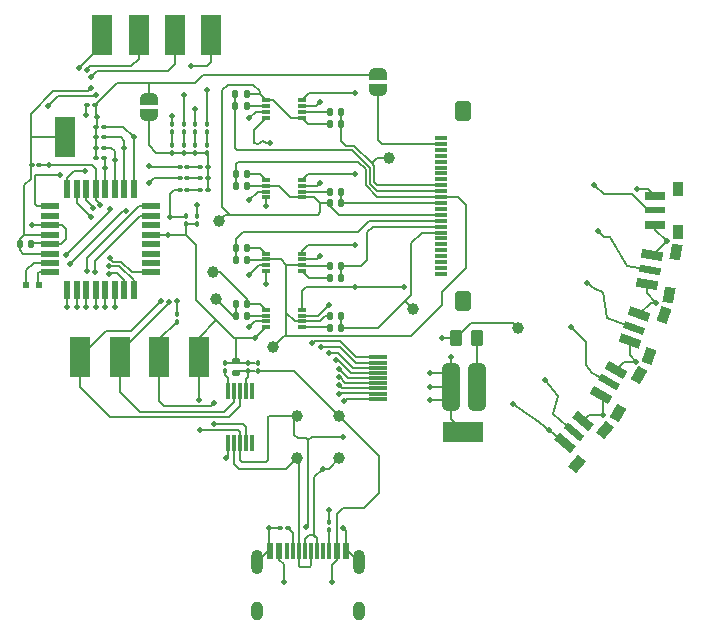
<source format=gtl>
%TF.GenerationSoftware,KiCad,Pcbnew,8.0.9-8.0.9-0~ubuntu20.04.1*%
%TF.CreationDate,2025-05-20T18:40:30+02:00*%
%TF.ProjectId,tobo,746f626f-2e6b-4696-9361-645f70636258,rev?*%
%TF.SameCoordinates,Original*%
%TF.FileFunction,Copper,L1,Top*%
%TF.FilePolarity,Positive*%
%FSLAX46Y46*%
G04 Gerber Fmt 4.6, Leading zero omitted, Abs format (unit mm)*
G04 Created by KiCad (PCBNEW 8.0.9-8.0.9-0~ubuntu20.04.1) date 2025-05-20 18:40:30*
%MOMM*%
%LPD*%
G01*
G04 APERTURE LIST*
G04 Aperture macros list*
%AMRoundRect*
0 Rectangle with rounded corners*
0 $1 Rounding radius*
0 $2 $3 $4 $5 $6 $7 $8 $9 X,Y pos of 4 corners*
0 Add a 4 corners polygon primitive as box body*
4,1,4,$2,$3,$4,$5,$6,$7,$8,$9,$2,$3,0*
0 Add four circle primitives for the rounded corners*
1,1,$1+$1,$2,$3*
1,1,$1+$1,$4,$5*
1,1,$1+$1,$6,$7*
1,1,$1+$1,$8,$9*
0 Add four rect primitives between the rounded corners*
20,1,$1+$1,$2,$3,$4,$5,0*
20,1,$1+$1,$4,$5,$6,$7,0*
20,1,$1+$1,$6,$7,$8,$9,0*
20,1,$1+$1,$8,$9,$2,$3,0*%
%AMRotRect*
0 Rectangle, with rotation*
0 The origin of the aperture is its center*
0 $1 length*
0 $2 width*
0 $3 Rotation angle, in degrees counterclockwise*
0 Add horizontal line*
21,1,$1,$2,0,0,$3*%
%AMFreePoly0*
4,1,19,0.500000,-0.750000,0.000000,-0.750000,0.000000,-0.744911,-0.071157,-0.744911,-0.207708,-0.704816,-0.327430,-0.627875,-0.420627,-0.520320,-0.479746,-0.390866,-0.500000,-0.250000,-0.500000,0.250000,-0.479746,0.390866,-0.420627,0.520320,-0.327430,0.627875,-0.207708,0.704816,-0.071157,0.744911,0.000000,0.744911,0.000000,0.750000,0.500000,0.750000,0.500000,-0.750000,0.500000,-0.750000,
$1*%
%AMFreePoly1*
4,1,19,0.000000,0.744911,0.071157,0.744911,0.207708,0.704816,0.327430,0.627875,0.420627,0.520320,0.479746,0.390866,0.500000,0.250000,0.500000,-0.250000,0.479746,-0.390866,0.420627,-0.520320,0.327430,-0.627875,0.207708,-0.704816,0.071157,-0.744911,0.000000,-0.744911,0.000000,-0.750000,-0.500000,-0.750000,-0.500000,0.750000,0.000000,0.750000,0.000000,0.744911,0.000000,0.744911,
$1*%
G04 Aperture macros list end*
%TA.AperFunction,SMDPad,CuDef*%
%ADD10RotRect,0.750000X1.800000X70.000000*%
%TD*%
%TA.AperFunction,SMDPad,CuDef*%
%ADD11RotRect,0.600000X1.800000X70.000000*%
%TD*%
%TA.AperFunction,SMDPad,CuDef*%
%ADD12RotRect,0.900000X1.300000X160.000000*%
%TD*%
%TA.AperFunction,SMDPad,CuDef*%
%ADD13RoundRect,0.140000X0.140000X0.170000X-0.140000X0.170000X-0.140000X-0.170000X0.140000X-0.170000X0*%
%TD*%
%TA.AperFunction,SMDPad,CuDef*%
%ADD14R,1.600000X0.550000*%
%TD*%
%TA.AperFunction,SMDPad,CuDef*%
%ADD15R,0.550000X1.600000*%
%TD*%
%TA.AperFunction,SMDPad,CuDef*%
%ADD16R,1.780000X3.430000*%
%TD*%
%TA.AperFunction,SMDPad,CuDef*%
%ADD17RoundRect,0.100000X0.130000X0.100000X-0.130000X0.100000X-0.130000X-0.100000X0.130000X-0.100000X0*%
%TD*%
%TA.AperFunction,SMDPad,CuDef*%
%ADD18RoundRect,0.100000X-0.130000X-0.100000X0.130000X-0.100000X0.130000X0.100000X-0.130000X0.100000X0*%
%TD*%
%TA.AperFunction,SMDPad,CuDef*%
%ADD19C,1.000000*%
%TD*%
%TA.AperFunction,SMDPad,CuDef*%
%ADD20RoundRect,0.140000X-0.140000X-0.170000X0.140000X-0.170000X0.140000X0.170000X-0.140000X0.170000X0*%
%TD*%
%TA.AperFunction,SMDPad,CuDef*%
%ADD21RoundRect,0.100000X0.100000X-0.130000X0.100000X0.130000X-0.100000X0.130000X-0.100000X-0.130000X0*%
%TD*%
%TA.AperFunction,SMDPad,CuDef*%
%ADD22RotRect,0.750000X1.800000X50.000000*%
%TD*%
%TA.AperFunction,SMDPad,CuDef*%
%ADD23RotRect,0.600000X1.800000X50.000000*%
%TD*%
%TA.AperFunction,SMDPad,CuDef*%
%ADD24RotRect,0.900000X1.300000X140.000000*%
%TD*%
%TA.AperFunction,SMDPad,CuDef*%
%ADD25RoundRect,0.100000X-0.100000X0.130000X-0.100000X-0.130000X0.100000X-0.130000X0.100000X0.130000X0*%
%TD*%
%TA.AperFunction,SMDPad,CuDef*%
%ADD26R,1.800000X0.750000*%
%TD*%
%TA.AperFunction,SMDPad,CuDef*%
%ADD27R,1.800000X0.600000*%
%TD*%
%TA.AperFunction,SMDPad,CuDef*%
%ADD28R,0.900000X1.300000*%
%TD*%
%TA.AperFunction,SMDPad,CuDef*%
%ADD29FreePoly0,90.000000*%
%TD*%
%TA.AperFunction,SMDPad,CuDef*%
%ADD30FreePoly1,90.000000*%
%TD*%
%TA.AperFunction,SMDPad,CuDef*%
%ADD31R,0.600000X1.450000*%
%TD*%
%TA.AperFunction,SMDPad,CuDef*%
%ADD32R,0.300000X1.450000*%
%TD*%
%TA.AperFunction,ComponentPad*%
%ADD33O,1.000000X2.100000*%
%TD*%
%TA.AperFunction,ComponentPad*%
%ADD34O,1.000000X1.600000*%
%TD*%
%TA.AperFunction,SMDPad,CuDef*%
%ADD35R,0.300000X1.400000*%
%TD*%
%TA.AperFunction,SMDPad,CuDef*%
%ADD36RoundRect,0.010000X-0.740000X0.090000X-0.740000X-0.090000X0.740000X-0.090000X0.740000X0.090000X0*%
%TD*%
%TA.AperFunction,SMDPad,CuDef*%
%ADD37R,0.800000X0.300000*%
%TD*%
%TA.AperFunction,SMDPad,CuDef*%
%ADD38RotRect,0.750000X1.800000X80.000000*%
%TD*%
%TA.AperFunction,SMDPad,CuDef*%
%ADD39RotRect,0.600000X1.800000X80.000000*%
%TD*%
%TA.AperFunction,SMDPad,CuDef*%
%ADD40RotRect,0.900000X1.300000X170.000000*%
%TD*%
%TA.AperFunction,SMDPad,CuDef*%
%ADD41RoundRect,0.375000X0.375000X-1.625000X0.375000X1.625000X-0.375000X1.625000X-0.375000X-1.625000X0*%
%TD*%
%TA.AperFunction,SMDPad,CuDef*%
%ADD42RoundRect,0.140000X0.170000X-0.140000X0.170000X0.140000X-0.170000X0.140000X-0.170000X-0.140000X0*%
%TD*%
%TA.AperFunction,SMDPad,CuDef*%
%ADD43R,3.430000X1.780000*%
%TD*%
%TA.AperFunction,SMDPad,CuDef*%
%ADD44RoundRect,0.250000X-0.262500X-0.450000X0.262500X-0.450000X0.262500X0.450000X-0.262500X0.450000X0*%
%TD*%
%TA.AperFunction,SMDPad,CuDef*%
%ADD45RoundRect,0.030000X0.470000X-0.120000X0.470000X0.120000X-0.470000X0.120000X-0.470000X-0.120000X0*%
%TD*%
%TA.AperFunction,SMDPad,CuDef*%
%ADD46RoundRect,0.130000X0.520000X-0.695000X0.520000X0.695000X-0.520000X0.695000X-0.520000X-0.695000X0*%
%TD*%
%TA.AperFunction,SMDPad,CuDef*%
%ADD47RotRect,0.750000X1.800000X60.000000*%
%TD*%
%TA.AperFunction,SMDPad,CuDef*%
%ADD48RotRect,0.600000X1.800000X60.000000*%
%TD*%
%TA.AperFunction,SMDPad,CuDef*%
%ADD49RotRect,0.900000X1.300000X150.000000*%
%TD*%
%TA.AperFunction,ViaPad*%
%ADD50C,0.500000*%
%TD*%
%TA.AperFunction,ViaPad*%
%ADD51C,0.610000*%
%TD*%
%TA.AperFunction,Conductor*%
%ADD52C,0.203200*%
%TD*%
%TA.AperFunction,Conductor*%
%ADD53C,0.152400*%
%TD*%
G04 APERTURE END LIST*
D10*
%TO.P,S3,1,COM_1*%
%TO.N,GND*%
X168029311Y-98873505D03*
D11*
%TO.P,S3,2,NO*%
%TO.N,/BTN2*%
X167610337Y-100024629D03*
D10*
%TO.P,S3,3,COM_2*%
%TO.N,GND*%
X167191362Y-101175752D03*
D12*
%TO.P,S3,4,4*%
%TO.N,unconnected-(S3-Pad4)*%
X168810000Y-102430000D03*
%TO.P,S3,5,5*%
%TO.N,unconnected-(S3-Pad5)*%
X170075474Y-98953137D03*
%TD*%
D13*
%TO.P,C1,1*%
%TO.N,/Y4*%
X134792500Y-80250000D03*
%TO.P,C1,2*%
%TO.N,/X3*%
X133832500Y-80250000D03*
%TD*%
D14*
%TO.P,U2,1,PD3*%
%TO.N,/?\u002C?*%
X118150000Y-89750000D03*
%TO.P,U2,2,PD4*%
%TO.N,unconnected-(U2-PD4-Pad2)*%
X118150000Y-90550000D03*
%TO.P,U2,3,GND*%
%TO.N,GND*%
X118150000Y-91350000D03*
%TO.P,U2,4,VCC*%
%TO.N,+BATT*%
X118150000Y-92150000D03*
%TO.P,U2,5,GND*%
%TO.N,GND*%
X118150000Y-92950000D03*
%TO.P,U2,6,VCC*%
%TO.N,+BATT*%
X118150000Y-93750000D03*
%TO.P,U2,7,XTAL1/PB6*%
%TO.N,/2\u002C6*%
X118150000Y-94550000D03*
%TO.P,U2,8,XTAL2/PB7*%
%TO.N,/2\u002C7*%
X118150000Y-95350000D03*
D15*
%TO.P,U2,9,PD5*%
%TO.N,/BTN5*%
X119600000Y-96800000D03*
%TO.P,U2,10,PD6*%
%TO.N,/BTN4*%
X120400000Y-96800000D03*
%TO.P,U2,11,PD7*%
%TO.N,/BTN3*%
X121200000Y-96800000D03*
%TO.P,U2,12,PB0*%
%TO.N,/BTN2*%
X122000000Y-96800000D03*
%TO.P,U2,13,PB1*%
%TO.N,/BTN1*%
X122800000Y-96800000D03*
%TO.P,U2,14,PB2*%
%TO.N,/BTN0*%
X123600000Y-96800000D03*
%TO.P,U2,15,PB3*%
%TO.N,/MOSI*%
X124400000Y-96800000D03*
%TO.P,U2,16,PB4*%
%TO.N,/MISO*%
X125200000Y-96800000D03*
D14*
%TO.P,U2,17,PB5*%
%TO.N,/SCK*%
X126650000Y-95350000D03*
%TO.P,U2,18,AVCC*%
%TO.N,unconnected-(U2-AVCC-Pad18)*%
X126650000Y-94550000D03*
%TO.P,U2,19,ADC6*%
%TO.N,unconnected-(U2-ADC6-Pad19)*%
X126650000Y-93750000D03*
%TO.P,U2,20,AREF*%
%TO.N,unconnected-(U2-AREF-Pad20)*%
X126650000Y-92950000D03*
%TO.P,U2,21,GND*%
%TO.N,GND*%
X126650000Y-92150000D03*
%TO.P,U2,22,ADC7*%
%TO.N,unconnected-(U2-ADC7-Pad22)*%
X126650000Y-91350000D03*
%TO.P,U2,23,PC0*%
%TO.N,/BTN6*%
X126650000Y-90550000D03*
%TO.P,U2,24,PC1*%
%TO.N,/BTN7*%
X126650000Y-89750000D03*
D15*
%TO.P,U2,25,PC2*%
%TO.N,/1\u002C4*%
X125200000Y-88300000D03*
%TO.P,U2,26,PC3*%
%TO.N,/4\u002C4*%
X124400000Y-88300000D03*
%TO.P,U2,27,PC4*%
%TO.N,/2\u002C5*%
X123600000Y-88300000D03*
%TO.P,U2,28,PC5*%
%TO.N,/2\u002C4*%
X122800000Y-88300000D03*
%TO.P,U2,29,~{RESET}/PC6*%
%TO.N,/RESET*%
X122000000Y-88300000D03*
%TO.P,U2,30,PD0*%
%TO.N,/TX*%
X121200000Y-88300000D03*
%TO.P,U2,31,PD1*%
%TO.N,/RX*%
X120400000Y-88300000D03*
%TO.P,U2,32,PD2*%
%TO.N,/3\u002C4*%
X119600000Y-88300000D03*
%TD*%
D16*
%TO.P,U9,1,1*%
%TO.N,/DTR*%
X127366667Y-102500000D03*
%TD*%
D17*
%TO.P,R17,1*%
%TO.N,Net-(J8-CC1)*%
X138270000Y-116950000D03*
%TO.P,R17,2*%
%TO.N,GND*%
X137630000Y-116950000D03*
%TD*%
D18*
%TO.P,R9,1*%
%TO.N,Net-(D1-K)*%
X130824996Y-88349999D03*
%TO.P,R9,2*%
%TO.N,Net-(JP1-A)*%
X131464996Y-88349999D03*
%TD*%
D19*
%TO.P,X\u00BF1,1,1*%
%TO.N,Net-(C10-Pad1)*%
X132200000Y-97600000D03*
%TD*%
D16*
%TO.P,U16,1,1*%
%TO.N,/RESET*%
X131760000Y-75290000D03*
%TD*%
D13*
%TO.P,C15,1*%
%TO.N,/Y6*%
X142760000Y-95800000D03*
%TO.P,C15,2*%
%TO.N,Net-(U4-NC2)*%
X141800000Y-95800000D03*
%TD*%
D20*
%TO.P,C14,1*%
%TO.N,/X2*%
X141805000Y-99070000D03*
%TO.P,C14,2*%
%TO.N,/Y7*%
X142765000Y-99070000D03*
%TD*%
D13*
%TO.P,C6,1*%
%TO.N,Net-(U3-NC1)*%
X134797500Y-87000000D03*
%TO.P,C6,2*%
%TO.N,/X2*%
X133837500Y-87000000D03*
%TD*%
D21*
%TO.P,D4,1,K*%
%TO.N,Net-(D4-K)*%
X130430000Y-83455000D03*
%TO.P,D4,2,A*%
%TO.N,/4\u002C4*%
X130430000Y-82815000D03*
%TD*%
%TO.P,C22,1*%
%TO.N,Net-(U14-VCC)*%
X135700000Y-103675000D03*
%TO.P,C22,2*%
%TO.N,GND*%
X135700000Y-103035000D03*
%TD*%
D22*
%TO.P,S5,1,COM_1*%
%TO.N,GND*%
X163262785Y-107930978D03*
D23*
%TO.P,S5,2,NO*%
%TO.N,/BTN4*%
X162475371Y-108869382D03*
D22*
%TO.P,S5,3,COM_2*%
%TO.N,GND*%
X161687956Y-109807787D03*
D24*
%TO.P,S5,4,4*%
%TO.N,unconnected-(S5-Pad4)*%
X162780000Y-111540000D03*
%TO.P,S5,5,5*%
%TO.N,unconnected-(S5-Pad5)*%
X165158314Y-108705636D03*
%TD*%
D19*
%TO.P,USB5,1,1*%
%TO.N,Net-(U14-VCC)*%
X142600000Y-107500000D03*
%TD*%
D18*
%TO.P,R4,1*%
%TO.N,GND*%
X122035000Y-83900000D03*
%TO.P,R4,2*%
%TO.N,/4\u002C4*%
X122675000Y-83900000D03*
%TD*%
D16*
%TO.P,U10,1,1*%
%TO.N,GND*%
X130700000Y-102500000D03*
%TD*%
D18*
%TO.P,R10,1*%
%TO.N,Net-(D2-K)*%
X130824996Y-87369999D03*
%TO.P,R10,2*%
%TO.N,Net-(JP1-A)*%
X131464996Y-87369999D03*
%TD*%
D21*
%TO.P,R1,1*%
%TO.N,GND*%
X129655000Y-91220000D03*
%TO.P,R1,2*%
%TO.N,/2\u002C7*%
X129655000Y-90580000D03*
%TD*%
D18*
%TO.P,R5,1*%
%TO.N,GND*%
X122035000Y-84800000D03*
%TO.P,R5,2*%
%TO.N,/2\u002C5*%
X122675000Y-84800000D03*
%TD*%
D20*
%TO.P,C4,1*%
%TO.N,Net-(U1-COM2)*%
X141795000Y-81770000D03*
%TO.P,C4,2*%
%TO.N,/X4*%
X142755000Y-81770000D03*
%TD*%
D25*
%TO.P,C19,1*%
%TO.N,GND*%
X132920000Y-103035000D03*
%TO.P,C19,2*%
%TO.N,Net-(U14-V3)*%
X132920000Y-103675000D03*
%TD*%
D26*
%TO.P,S1,1,COM_1*%
%TO.N,GND*%
X169370000Y-88875000D03*
D27*
%TO.P,S1,2,NO*%
%TO.N,/BTN0*%
X169370000Y-90100000D03*
D26*
%TO.P,S1,3,COM_2*%
%TO.N,GND*%
X169370000Y-91325000D03*
D28*
%TO.P,S1,4,4*%
%TO.N,unconnected-(S1-Pad4)*%
X171320000Y-91950000D03*
%TO.P,S1,5,5*%
%TO.N,unconnected-(S1-Pad5)*%
X171320000Y-88250000D03*
%TD*%
D19*
%TO.P,Y\u00BF1,1,1*%
%TO.N,Net-(U5-NC1)*%
X131900000Y-95300000D03*
%TD*%
D18*
%TO.P,R13,1*%
%TO.N,Net-(D5-K)*%
X130824996Y-86389999D03*
%TO.P,R13,2*%
%TO.N,Net-(JP1-A)*%
X131464996Y-86389999D03*
%TD*%
D19*
%TO.P,X1,1,1*%
%TO.N,/X4*%
X146830000Y-85650000D03*
%TD*%
D25*
%TO.P,R15,1*%
%TO.N,Net-(D7-K)*%
X131430000Y-84585000D03*
%TO.P,R15,2*%
%TO.N,Net-(JP1-A)*%
X131430000Y-85225000D03*
%TD*%
D16*
%TO.P,U7,1,1*%
%TO.N,/MISO*%
X125633333Y-75290000D03*
%TD*%
D29*
%TO.P,JP1,1,A*%
%TO.N,Net-(JP1-A)*%
X126510000Y-81980000D03*
D30*
%TO.P,JP1,2,B*%
%TO.N,GND*%
X126510000Y-80680000D03*
%TD*%
D31*
%TO.P,J8,A1,GND*%
%TO.N,GND*%
X136730000Y-118955000D03*
%TO.P,J8,A4,VBUS*%
%TO.N,Net-(U14-VCC)*%
X137530000Y-118955000D03*
D32*
%TO.P,J8,A5,CC1*%
%TO.N,Net-(J8-CC1)*%
X138730000Y-118955000D03*
%TO.P,J8,A6,D+*%
%TO.N,Net-(U14-UD+)*%
X139730000Y-118955000D03*
%TO.P,J8,A7,D-*%
%TO.N,Net-(U14-UD-)*%
X140230000Y-118955000D03*
%TO.P,J8,A8,SBU1*%
%TO.N,unconnected-(J8-SBU1-PadA8)*%
X141230000Y-118955000D03*
D31*
%TO.P,J8,A9,VBUS*%
%TO.N,Net-(U14-VCC)*%
X142430000Y-118955000D03*
%TO.P,J8,A12,GND*%
%TO.N,GND*%
X143230000Y-118955000D03*
%TO.P,J8,B1,GND*%
X143230000Y-118955000D03*
%TO.P,J8,B4,VBUS*%
%TO.N,Net-(U14-VCC)*%
X142430000Y-118955000D03*
D32*
%TO.P,J8,B5,CC2*%
%TO.N,Net-(J8-CC2)*%
X141730000Y-118955000D03*
%TO.P,J8,B6,D+*%
%TO.N,Net-(U14-UD+)*%
X140730000Y-118955000D03*
%TO.P,J8,B7,D-*%
%TO.N,Net-(U14-UD-)*%
X139230000Y-118955000D03*
%TO.P,J8,B8,SBU2*%
%TO.N,unconnected-(J8-SBU2-PadB8)*%
X138230000Y-118955000D03*
D31*
%TO.P,J8,B9,VBUS*%
%TO.N,Net-(U14-VCC)*%
X137530000Y-118955000D03*
%TO.P,J8,B12,GND*%
%TO.N,GND*%
X136730000Y-118955000D03*
D33*
%TO.P,J8,S1,SHIELD*%
X135660000Y-119870000D03*
D34*
X135660000Y-124050000D03*
D33*
X144300000Y-119870000D03*
D34*
X144300000Y-124050000D03*
%TD*%
D25*
%TO.P,R11,1*%
%TO.N,Net-(D3-K)*%
X128430000Y-84585000D03*
%TO.P,R11,2*%
%TO.N,Net-(JP1-A)*%
X128430000Y-85225000D03*
%TD*%
%TO.P,R14,1*%
%TO.N,Net-(D6-K)*%
X129430000Y-84585000D03*
%TO.P,R14,2*%
%TO.N,Net-(JP1-A)*%
X129430000Y-85225000D03*
%TD*%
D17*
%TO.P,D2,1,K*%
%TO.N,Net-(D2-K)*%
X129739997Y-87369999D03*
%TO.P,D2,2,A*%
%TO.N,/2\u002C6*%
X129099997Y-87369999D03*
%TD*%
D19*
%TO.P,V1,1,1*%
%TO.N,+BATT*%
X157750000Y-100070000D03*
%TD*%
%TO.P,Y4,1,1*%
%TO.N,/Y4*%
X132400000Y-91000000D03*
%TD*%
D35*
%TO.P,U14,1,UD+*%
%TO.N,Net-(U14-UD+)*%
X133200000Y-109800000D03*
%TO.P,U14,2,UD-*%
%TO.N,Net-(U14-UD-)*%
X133700000Y-109800000D03*
%TO.P,U14,3,GND*%
%TO.N,GND*%
X134200000Y-109800000D03*
%TO.P,U14,4,~{RTS}*%
%TO.N,/DTR*%
X134700000Y-109800000D03*
%TO.P,U14,5,~{CTS}*%
%TO.N,unconnected-(U14-~{CTS}-Pad5)*%
X135200000Y-109800000D03*
%TO.P,U14,6,TNOW*%
%TO.N,unconnected-(U14-TNOW-Pad6)*%
X135200000Y-105400000D03*
%TO.P,U14,7,VCC*%
%TO.N,Net-(U14-VCC)*%
X134700000Y-105400000D03*
%TO.P,U14,8,TXD*%
%TO.N,/RX*%
X134200000Y-105400000D03*
%TO.P,U14,9,RXD*%
%TO.N,/TX*%
X133700000Y-105400000D03*
%TO.P,U14,10,V3*%
%TO.N,Net-(U14-V3)*%
X133200000Y-105400000D03*
%TD*%
D21*
%TO.P,R16,1*%
%TO.N,Net-(J8-CC2)*%
X141735000Y-117130000D03*
%TO.P,R16,2*%
%TO.N,GND*%
X141735000Y-116490000D03*
%TD*%
D18*
%TO.P,R3,1*%
%TO.N,GND*%
X122060000Y-83000000D03*
%TO.P,R3,2*%
%TO.N,/1\u002C4*%
X122700000Y-83000000D03*
%TD*%
D16*
%TO.P,U11,1,1*%
%TO.N,/TX*%
X124033334Y-102500000D03*
%TD*%
%TO.P,U15,1,1*%
%TO.N,+BATT*%
X119360000Y-83860000D03*
%TD*%
%TO.P,U12,1,1*%
%TO.N,/RX*%
X120700001Y-102500000D03*
%TD*%
D36*
%TO.P,J7,1,Pin_1*%
%TO.N,/BTN0*%
X145910000Y-102540000D03*
%TO.P,J7,2,Pin_2*%
%TO.N,/BTN1*%
X145910000Y-102977500D03*
%TO.P,J7,3,Pin_3*%
%TO.N,/BTN2*%
X145910000Y-103415000D03*
%TO.P,J7,4,Pin_4*%
%TO.N,/BTN3*%
X145910000Y-103852500D03*
%TO.P,J7,5,Pin_5*%
%TO.N,/BTN4*%
X145910000Y-104290000D03*
%TO.P,J7,6,Pin_6*%
%TO.N,/BTN5*%
X145910000Y-104727500D03*
%TO.P,J7,7,Pin_7*%
%TO.N,/BTN6*%
X145910000Y-105165000D03*
%TO.P,J7,8,Pin_8*%
%TO.N,/BTN7*%
X145910000Y-105602500D03*
%TO.P,J7,9,Pin_9*%
%TO.N,GND*%
X145910000Y-106040000D03*
%TD*%
D20*
%TO.P,C13,1*%
%TO.N,/X2*%
X141800000Y-94800000D03*
%TO.P,C13,2*%
%TO.N,/Y6*%
X142760000Y-94800000D03*
%TD*%
D13*
%TO.P,C12,1*%
%TO.N,Net-(U5-NC1)*%
X134817500Y-98000000D03*
%TO.P,C12,2*%
%TO.N,Net-(C10-Pad1)*%
X133857500Y-98000000D03*
%TD*%
D17*
%TO.P,D5,1,K*%
%TO.N,Net-(D5-K)*%
X129739997Y-86389999D03*
%TO.P,D5,2,A*%
%TO.N,/2\u002C5*%
X129099997Y-86389999D03*
%TD*%
D37*
%TO.P,U1,1,NC1*%
%TO.N,/Y4*%
X136375000Y-80750000D03*
%TO.P,U1,2,COM1*%
%TO.N,Net-(U1-COM1)*%
X136375000Y-81250000D03*
%TO.P,U1,3,IN2*%
%TO.N,/4\u002C4*%
X136375000Y-81750000D03*
%TO.P,U1,4,GND*%
%TO.N,GND*%
X136375000Y-82250000D03*
%TO.P,U1,5,NC2*%
%TO.N,/Y4*%
X139475000Y-82250000D03*
%TO.P,U1,6,COM2*%
%TO.N,Net-(U1-COM2)*%
X139475000Y-81750000D03*
%TO.P,U1,7,IN1*%
%TO.N,/3\u002C4*%
X139475000Y-81250000D03*
%TO.P,U1,8,VCC*%
%TO.N,+BATT*%
X139475000Y-80750000D03*
%TD*%
D21*
%TO.P,D6,1,K*%
%TO.N,Net-(D6-K)*%
X129430000Y-83455000D03*
%TO.P,D6,2,A*%
%TO.N,/2\u002C4*%
X129430000Y-82815000D03*
%TD*%
D29*
%TO.P,JP2,1,A*%
%TO.N,Net-(J4-GND)*%
X145899999Y-79880000D03*
D30*
%TO.P,JP2,2,B*%
%TO.N,GND*%
X145899999Y-78580000D03*
%TD*%
D21*
%TO.P,D7,1,K*%
%TO.N,Net-(D7-K)*%
X131430000Y-83455000D03*
%TO.P,D7,2,A*%
%TO.N,/3\u002C4*%
X131430000Y-82815000D03*
%TD*%
D38*
%TO.P,S2,1,COM_1*%
%TO.N,GND*%
X169123593Y-93913102D03*
D39*
%TO.P,S2,2,NO*%
%TO.N,/BTN1*%
X168910874Y-95119492D03*
D38*
%TO.P,S2,3,COM_2*%
%TO.N,GND*%
X168698155Y-96325881D03*
D40*
%TO.P,S2,4,4*%
%TO.N,unconnected-(S2-Pad4)*%
X170510000Y-97280000D03*
%TO.P,S2,5,5*%
%TO.N,unconnected-(S2-Pad5)*%
X171152497Y-93636211D03*
%TD*%
D17*
%TO.P,D1,1,K*%
%TO.N,Net-(D1-K)*%
X129739997Y-88349999D03*
%TO.P,D1,2,A*%
%TO.N,/2\u002C7*%
X129099997Y-88349999D03*
%TD*%
D19*
%TO.P,X2,1,1*%
%TO.N,/Y7*%
X148890000Y-98460000D03*
%TD*%
D41*
%TO.P,J2,1,Pin_1*%
%TO.N,GND*%
X152070000Y-105050000D03*
%TO.P,J2,2,Pin_2*%
%TO.N,Net-(J2-Pin_2)*%
X154320000Y-105050000D03*
%TD*%
D20*
%TO.P,C10,1*%
%TO.N,Net-(C10-Pad1)*%
X133857500Y-99000000D03*
%TO.P,C10,2*%
%TO.N,Net-(U5-COM1)*%
X134817500Y-99000000D03*
%TD*%
D19*
%TO.P,D-1,1,1*%
%TO.N,Net-(U14-UD-)*%
X139000000Y-111100000D03*
%TD*%
D13*
%TO.P,C11,1*%
%TO.N,Net-(U4-NC1)*%
X134797500Y-93300000D03*
%TO.P,C11,2*%
%TO.N,/Y5*%
X133837500Y-93300000D03*
%TD*%
D21*
%TO.P,C21,1*%
%TO.N,Net-(U14-VCC)*%
X134900000Y-103675000D03*
%TO.P,C21,2*%
%TO.N,GND*%
X134900000Y-103035000D03*
%TD*%
D19*
%TO.P,USBG1,1,1*%
%TO.N,GND*%
X139000000Y-107500000D03*
%TD*%
D42*
%TO.P,C20,1*%
%TO.N,Net-(U14-VCC)*%
X133900000Y-103835000D03*
%TO.P,C20,2*%
%TO.N,GND*%
X133900000Y-102875000D03*
%TD*%
D19*
%TO.P,X2,1,1*%
%TO.N,/X2*%
X137000000Y-101700000D03*
%TD*%
D25*
%TO.P,R12,1*%
%TO.N,Net-(D4-K)*%
X130430000Y-84585000D03*
%TO.P,R12,2*%
%TO.N,Net-(JP1-A)*%
X130430000Y-85225000D03*
%TD*%
D43*
%TO.P,U13,1,1*%
%TO.N,GND*%
X153120000Y-108850000D03*
%TD*%
D20*
%TO.P,C7,1*%
%TO.N,Net-(U3-COM2)*%
X141800000Y-88500000D03*
%TO.P,C7,2*%
%TO.N,/X1*%
X142760000Y-88500000D03*
%TD*%
%TO.P,C9,1*%
%TO.N,/Y5*%
X133837500Y-94300000D03*
%TO.P,C9,2*%
%TO.N,/X2*%
X134797500Y-94300000D03*
%TD*%
D37*
%TO.P,U5,1,NC1*%
%TO.N,Net-(U5-NC1)*%
X136400000Y-98500000D03*
%TO.P,U5,2,COM1*%
%TO.N,Net-(U5-COM1)*%
X136400000Y-99000000D03*
%TO.P,U5,3,IN2*%
%TO.N,/2\u002C7*%
X136400000Y-99500000D03*
%TO.P,U5,4,GND*%
%TO.N,GND*%
X136400000Y-100000000D03*
%TO.P,U5,5,NC2*%
%TO.N,Net-(U5-NC2)*%
X139500000Y-100000000D03*
%TO.P,U5,6,COM2*%
%TO.N,/X2*%
X139500000Y-99500000D03*
%TO.P,U5,7,IN1*%
%TO.N,/?\u002C?*%
X139500000Y-99000000D03*
%TO.P,U5,8,VCC*%
%TO.N,+BATT*%
X139500000Y-98500000D03*
%TD*%
D21*
%TO.P,C18,1*%
%TO.N,/DTR*%
X128850000Y-99510000D03*
%TO.P,C18,2*%
%TO.N,/RESET*%
X128850000Y-98870000D03*
%TD*%
D13*
%TO.P,C3,1*%
%TO.N,/X4*%
X142755000Y-82820000D03*
%TO.P,C3,2*%
%TO.N,/Y4*%
X141795000Y-82820000D03*
%TD*%
D20*
%TO.P,C2,1*%
%TO.N,/X3*%
X133832500Y-81250000D03*
%TO.P,C2,2*%
%TO.N,Net-(U1-COM1)*%
X134792500Y-81250000D03*
%TD*%
D37*
%TO.P,U4,1,NC1*%
%TO.N,Net-(U4-NC1)*%
X136380000Y-93750000D03*
%TO.P,U4,2,COM1*%
%TO.N,/X2*%
X136380000Y-94250000D03*
%TO.P,U4,3,IN2*%
%TO.N,/2\u002C6*%
X136380000Y-94750000D03*
%TO.P,U4,4,GND*%
%TO.N,GND*%
X136380000Y-95250000D03*
%TO.P,U4,5,NC2*%
%TO.N,Net-(U4-NC2)*%
X139480000Y-95250000D03*
%TO.P,U4,6,COM2*%
%TO.N,/X2*%
X139480000Y-94750000D03*
%TO.P,U4,7,IN1*%
%TO.N,/2\u002C5*%
X139480000Y-94250000D03*
%TO.P,U4,8,VCC*%
%TO.N,+BATT*%
X139480000Y-93750000D03*
%TD*%
%TO.P,U3,1,NC1*%
%TO.N,Net-(U3-NC1)*%
X136380000Y-87500000D03*
%TO.P,U3,2,COM1*%
%TO.N,/Y4*%
X136380000Y-88000000D03*
%TO.P,U3,3,IN2*%
%TO.N,/1\u002C4*%
X136380000Y-88500000D03*
%TO.P,U3,4,GND*%
%TO.N,GND*%
X136380000Y-89000000D03*
%TO.P,U3,5,NC2*%
%TO.N,/Y4*%
X139480000Y-89000000D03*
%TO.P,U3,6,COM2*%
%TO.N,Net-(U3-COM2)*%
X139480000Y-88500000D03*
%TO.P,U3,7,IN1*%
%TO.N,/2\u002C4*%
X139480000Y-88000000D03*
%TO.P,U3,8,VCC*%
%TO.N,+BATT*%
X139480000Y-87500000D03*
%TD*%
D44*
%TO.P,R27,1*%
%TO.N,+BATT*%
X152480000Y-100870000D03*
%TO.P,R27,2*%
%TO.N,Net-(J2-Pin_2)*%
X154305000Y-100870000D03*
%TD*%
D16*
%TO.P,U8,1,1*%
%TO.N,/SCK*%
X128696666Y-75290000D03*
%TD*%
D20*
%TO.P,C5,1*%
%TO.N,/X2*%
X133837500Y-88000000D03*
%TO.P,C5,2*%
%TO.N,/Y4*%
X134797500Y-88000000D03*
%TD*%
D18*
%TO.P,R7,1*%
%TO.N,+BATT*%
X116580000Y-86280000D03*
%TO.P,R7,2*%
%TO.N,/RESET*%
X117220000Y-86280000D03*
%TD*%
D45*
%TO.P,J4,1,Y0*%
%TO.N,unconnected-(J4-Y0-Pad1)*%
X151220000Y-95470000D03*
%TO.P,J4,2,Y1*%
%TO.N,unconnected-(J4-Y1-Pad2)*%
X151220000Y-94970000D03*
%TO.P,J4,3,Y2*%
%TO.N,unconnected-(J4-Y2-Pad3)*%
X151220000Y-94470000D03*
%TO.P,J4,4,Y10*%
%TO.N,unconnected-(J4-Y10-Pad4)*%
X151220000Y-93970000D03*
%TO.P,J4,5,Y9*%
%TO.N,unconnected-(J4-Y9-Pad5)*%
X151220000Y-93470000D03*
%TO.P,J4,6,Y3*%
%TO.N,unconnected-(J4-Y3-Pad6)*%
X151220000Y-92970000D03*
%TO.P,J4,7,Y8*%
%TO.N,unconnected-(J4-Y8-Pad7)*%
X151220000Y-92470000D03*
%TO.P,J4,8,Y7*%
%TO.N,/Y7*%
X151220000Y-91970000D03*
%TO.P,J4,9,Y6*%
%TO.N,/Y6*%
X151220000Y-91470000D03*
%TO.P,J4,10,Y5*%
%TO.N,/Y5*%
X151220000Y-90970000D03*
%TO.P,J4,11,Y4*%
%TO.N,/Y4*%
X151220000Y-90470000D03*
%TO.P,J4,12,NC*%
%TO.N,unconnected-(J4-NC-Pad12)*%
X151220000Y-89970000D03*
%TO.P,J4,13,X1*%
%TO.N,/X1*%
X151220000Y-89470000D03*
%TO.P,J4,14,X2*%
%TO.N,/X2*%
X151220000Y-88970000D03*
%TO.P,J4,15,X3*%
%TO.N,/X3*%
X151220000Y-88470000D03*
%TO.P,J4,16,X4*%
%TO.N,/X4*%
X151220000Y-87970000D03*
%TO.P,J4,17,X8*%
%TO.N,unconnected-(J4-X8-Pad17)*%
X151220000Y-87470000D03*
%TO.P,J4,18,X7*%
%TO.N,unconnected-(J4-X7-Pad18)*%
X151220000Y-86970000D03*
%TO.P,J4,19,X5*%
%TO.N,unconnected-(J4-X5-Pad19)*%
X151220000Y-86470000D03*
%TO.P,J4,20,X6*%
%TO.N,unconnected-(J4-X6-Pad20)*%
X151220000Y-85970000D03*
%TO.P,J4,21,X0*%
%TO.N,unconnected-(J4-X0-Pad21)*%
X151220000Y-85470000D03*
%TO.P,J4,22,NC*%
%TO.N,unconnected-(J4-NC-Pad22)*%
X151220000Y-84970000D03*
%TO.P,J4,23,GND*%
%TO.N,Net-(J4-GND)*%
X151220000Y-84470000D03*
%TO.P,J4,24,GL*%
%TO.N,unconnected-(J4-GL-Pad24)*%
X151220000Y-83970000D03*
D46*
%TO.P,J4,seat1*%
%TO.N,unconnected-(J4-Padseat1)*%
X153120000Y-97745000D03*
%TO.P,J4,seat2*%
%TO.N,unconnected-(J4-Padseat2)*%
X153120000Y-81695000D03*
%TD*%
D21*
%TO.P,D3,1,K*%
%TO.N,Net-(D3-K)*%
X128430000Y-83455000D03*
%TO.P,D3,2,A*%
%TO.N,/1\u002C4*%
X128430000Y-82815000D03*
%TD*%
D13*
%TO.P,C16,1*%
%TO.N,/Y7*%
X142785000Y-100070000D03*
%TO.P,C16,2*%
%TO.N,Net-(U5-NC2)*%
X141825000Y-100070000D03*
%TD*%
D16*
%TO.P,U6,1,1*%
%TO.N,/MOSI*%
X122570000Y-75290000D03*
%TD*%
D17*
%TO.P,R8,1*%
%TO.N,GND*%
X121940000Y-81200000D03*
%TO.P,R8,2*%
%TO.N,/3\u002C4*%
X121300000Y-81200000D03*
%TD*%
D21*
%TO.P,R2,1*%
%TO.N,GND*%
X130555000Y-91220000D03*
%TO.P,R2,2*%
%TO.N,/2\u002C6*%
X130555000Y-90580000D03*
%TD*%
D13*
%TO.P,C8,1*%
%TO.N,/X1*%
X142760000Y-89500000D03*
%TO.P,C8,2*%
%TO.N,/Y4*%
X141800000Y-89500000D03*
%TD*%
D18*
%TO.P,R6,1*%
%TO.N,GND*%
X122035000Y-85700000D03*
%TO.P,R6,2*%
%TO.N,/2\u002C4*%
X122675000Y-85700000D03*
%TD*%
D19*
%TO.P,D+1,1,1*%
%TO.N,Net-(U14-UD+)*%
X142600000Y-111100000D03*
%TD*%
D13*
%TO.P,C17,1*%
%TO.N,GND*%
X116550000Y-92910000D03*
%TO.P,C17,2*%
%TO.N,+BATT*%
X115590000Y-92910000D03*
%TD*%
D47*
%TO.P,S4,1,COM_1*%
%TO.N,GND*%
X166028751Y-103571972D03*
D48*
%TO.P,S4,2,NO*%
%TO.N,/BTN3*%
X165416251Y-104632853D03*
D47*
%TO.P,S4,3,COM_2*%
%TO.N,GND*%
X164803751Y-105693734D03*
D49*
%TO.P,S4,4,4*%
%TO.N,unconnected-(S4-Pad4)*%
X166180000Y-107210000D03*
%TO.P,S4,5,5*%
%TO.N,unconnected-(S4-Pad5)*%
X168030000Y-104005706D03*
%TD*%
D50*
%TO.N,GND*%
X142934000Y-116950000D03*
X130700000Y-106140000D03*
X150330000Y-103850000D03*
X169470000Y-97900000D03*
X136400000Y-89700000D03*
X164950000Y-107460000D03*
X130810000Y-108710000D03*
X139840000Y-116940000D03*
X141750000Y-115490000D03*
X136400000Y-96300000D03*
X170350000Y-92720000D03*
X152070000Y-102540000D03*
X128120000Y-92150000D03*
X157300000Y-106460000D03*
X136720000Y-84420000D03*
X150320000Y-106140000D03*
X122100000Y-82200000D03*
X167820000Y-88250000D03*
X116610000Y-91350000D03*
X150330000Y-105050000D03*
X136700000Y-116950000D03*
X135500000Y-100900000D03*
X143030000Y-106240000D03*
X167718788Y-102899727D03*
X142910000Y-109250000D03*
X160370000Y-108690000D03*
%TO.N,+BATT*%
X143935000Y-96590000D03*
X148110000Y-96570000D03*
X143935000Y-80190000D03*
X143960000Y-92990000D03*
X143960000Y-86990000D03*
X151300000Y-100870000D03*
X121570000Y-79770000D03*
%TO.N,/MOSI*%
X120610000Y-78030000D03*
X123100000Y-95460000D03*
%TO.N,/SCK*%
X121595000Y-78805000D03*
X123190891Y-94133009D03*
%TO.N,/MISO*%
X123124822Y-94782057D03*
X121282750Y-78172750D03*
%TO.N,/RX*%
X121600000Y-90660000D03*
X127546386Y-97799877D03*
%TO.N,/TX*%
X128198412Y-97822046D03*
X121780000Y-89860000D03*
%TO.N,/BTN3*%
X142330000Y-102800000D03*
X121200000Y-98300000D03*
X162260000Y-99990000D03*
%TO.N,/BTN1*%
X122800000Y-98300000D03*
X164500000Y-91840000D03*
X141030000Y-101650000D03*
%TO.N,/BTN5*%
X142560853Y-104243618D03*
X119600000Y-98300000D03*
%TO.N,/BTN4*%
X120400000Y-98300000D03*
X160040000Y-104420000D03*
X142564209Y-103527497D03*
%TO.N,/BTN7*%
X142620000Y-105610000D03*
X121230000Y-95250000D03*
%TO.N,/BTN0*%
X164210000Y-87930000D03*
X140350000Y-101310000D03*
X123600000Y-98300000D03*
%TO.N,/BTN2*%
X141750000Y-102160000D03*
X122000000Y-98300000D03*
X163630000Y-96210000D03*
%TO.N,/BTN6*%
X142608809Y-104908427D03*
X121966382Y-95273618D03*
%TO.N,Net-(U14-VCC)*%
X142000000Y-121550000D03*
X137900000Y-121550000D03*
%TO.N,Net-(U14-UD+)*%
X133000000Y-111100000D03*
X141210000Y-111990000D03*
%TO.N,/?\u002C?*%
X118940000Y-87090000D03*
X122010000Y-80330000D03*
X117940000Y-81290000D03*
X141710000Y-98090000D03*
%TO.N,/RESET*%
X130045000Y-77835000D03*
X128850185Y-97793399D03*
X118030000Y-86280000D03*
X122392526Y-89635407D03*
%TO.N,/DTR*%
X131990000Y-106390000D03*
X132000000Y-108200000D03*
%TO.N,/1\u002C4*%
X125200000Y-83900000D03*
X128420000Y-82110000D03*
X135000000Y-89200000D03*
%TO.N,/4\u002C4*%
X135000000Y-82300000D03*
X130440000Y-81510000D03*
X124400000Y-84800000D03*
%TO.N,/2\u002C4*%
X122800000Y-86500000D03*
X129450000Y-80354000D03*
X141000000Y-87750000D03*
%TO.N,/3\u002C4*%
X121100000Y-86800000D03*
X131410000Y-79876000D03*
X121200000Y-82000000D03*
X140975000Y-80950000D03*
%TO.N,/2\u002C7*%
X119810000Y-94620000D03*
X124527018Y-90157018D03*
X135000000Y-100000000D03*
X128260000Y-90680000D03*
D51*
X117230000Y-96450000D03*
%TO.N,/2\u002C6*%
X116100000Y-96420000D03*
D50*
X135000000Y-95530000D03*
X126530000Y-87770000D03*
X123230000Y-89940000D03*
X119520000Y-93880000D03*
X130550000Y-89610000D03*
%TO.N,/2\u002C5*%
X126470000Y-86380000D03*
X141000000Y-94000000D03*
X123600000Y-85800000D03*
%TD*%
D52*
%TO.N,Net-(J4-GND)*%
X145899999Y-79880000D02*
X145899999Y-84109999D01*
X146240000Y-84450000D02*
X151200000Y-84450000D01*
X145899999Y-84109999D02*
X146240000Y-84450000D01*
X151200000Y-84450000D02*
X151220000Y-84470000D01*
%TO.N,Net-(U1-COM2)*%
X141955000Y-81770000D02*
X139495000Y-81770000D01*
X139495000Y-81770000D02*
X139475000Y-81750000D01*
%TO.N,Net-(U3-NC1)*%
X135880000Y-87000000D02*
X136380000Y-87500000D01*
X134637500Y-87000000D02*
X135880000Y-87000000D01*
%TO.N,Net-(U3-COM2)*%
X141960000Y-88500000D02*
X139480000Y-88500000D01*
%TO.N,Net-(U4-NC1)*%
X134637500Y-93300000D02*
X135930000Y-93300000D01*
X135930000Y-93300000D02*
X136380000Y-93750000D01*
%TO.N,Net-(U5-NC1)*%
X134830000Y-97630000D02*
X134830000Y-98000000D01*
X135900000Y-98000000D02*
X136400000Y-98500000D01*
X132500000Y-95300000D02*
X134830000Y-97630000D01*
X134830000Y-98000000D02*
X135900000Y-98000000D01*
X131900000Y-95300000D02*
X132500000Y-95300000D01*
%TO.N,Net-(U4-NC2)*%
X141960000Y-95800000D02*
X140030000Y-95800000D01*
X140030000Y-95800000D02*
X139480000Y-95250000D01*
%TO.N,Net-(U5-NC2)*%
X139500000Y-100000000D02*
X141915000Y-100000000D01*
X141915000Y-100000000D02*
X141985000Y-100070000D01*
%TO.N,GND*%
X136400000Y-95270000D02*
X136380000Y-95250000D01*
X118150000Y-91350000D02*
X116610000Y-91350000D01*
X135920000Y-82750000D02*
X135390000Y-83280000D01*
X130700000Y-102500000D02*
X130700000Y-106140000D01*
X122060000Y-83875000D02*
X122035000Y-83900000D01*
X139000000Y-107500000D02*
X138800000Y-107700000D01*
X135710000Y-84470000D02*
X136120000Y-84220000D01*
X121935000Y-84000000D02*
X122035000Y-83900000D01*
X136375000Y-82250000D02*
X135920000Y-82750000D01*
X118150000Y-92950000D02*
X119030000Y-92950000D01*
X119450000Y-92530000D02*
X119450000Y-91650000D01*
X152070000Y-105050000D02*
X152070000Y-107800000D01*
X123840000Y-79300000D02*
X121940000Y-81200000D01*
X122080000Y-82220000D02*
X122080000Y-82980000D01*
X157300000Y-106460000D02*
X158210000Y-107100000D01*
X169002816Y-97900000D02*
X169470000Y-97900000D01*
X133700000Y-100900000D02*
X132200000Y-99400000D01*
X130300000Y-79300000D02*
X126530000Y-79300000D01*
X138800000Y-107700000D02*
X138800000Y-109100000D01*
X129650000Y-92150000D02*
X126650000Y-92150000D01*
X166700996Y-102899727D02*
X167718788Y-102899727D01*
X130700000Y-100900000D02*
X132200000Y-99400000D01*
X140270000Y-109250000D02*
X139960000Y-109560000D01*
X139840000Y-116940000D02*
X139990000Y-116790000D01*
X133900000Y-103035000D02*
X133100000Y-103035000D01*
X122050000Y-82150000D02*
X122100000Y-82200000D01*
X134360000Y-111390000D02*
X136420000Y-111390000D01*
X134012400Y-108710000D02*
X134200000Y-108897600D01*
X118100000Y-92900000D02*
X118150000Y-92950000D01*
X169123593Y-93913102D02*
X169156898Y-93913102D01*
X135500000Y-103035000D02*
X134700000Y-103035000D01*
X167820000Y-88250000D02*
X168745000Y-88250000D01*
X168745000Y-88250000D02*
X169370000Y-88875000D01*
X141750000Y-115490000D02*
X141750000Y-116475006D01*
X136420000Y-111390000D02*
X136600000Y-111210000D01*
X122060000Y-83000000D02*
X122060000Y-83875000D01*
X130440000Y-79300000D02*
X131110000Y-78630000D01*
X163733763Y-107460000D02*
X164950000Y-107460000D01*
X134200000Y-111230000D02*
X134360000Y-111390000D01*
X135360000Y-84410000D02*
X135710000Y-84470000D01*
X145849999Y-78630000D02*
X145899999Y-78580000D01*
X119030000Y-92950000D02*
X119450000Y-92530000D01*
X164950000Y-105839983D02*
X164803751Y-105693734D01*
X129655000Y-92145000D02*
X129650000Y-92150000D01*
X119150000Y-91350000D02*
X118150000Y-91350000D01*
X138800000Y-109100000D02*
X139100000Y-109400000D01*
X169156898Y-93913102D02*
X170350000Y-92720000D01*
X131110000Y-78630000D02*
X145849999Y-78630000D01*
X139990000Y-116790000D02*
X139990000Y-109590000D01*
X122080000Y-82980000D02*
X122060000Y-83000000D01*
X126510000Y-80680000D02*
X126510000Y-79320000D01*
X170350000Y-92720000D02*
X169370000Y-91740000D01*
X136700000Y-107500000D02*
X139000000Y-107500000D01*
X169470000Y-97900000D02*
X168698155Y-97128155D01*
X136700000Y-116950000D02*
X136700000Y-118925000D01*
X143030000Y-106240000D02*
X143230000Y-106040000D01*
X130700000Y-102500000D02*
X130700000Y-100900000D01*
X166028751Y-103571972D02*
X166700996Y-102899727D01*
X152070000Y-107800000D02*
X153120000Y-108850000D01*
X168029311Y-98873505D02*
X169002816Y-97900000D01*
X136600000Y-107600000D02*
X136700000Y-107500000D01*
X130300000Y-79300000D02*
X130440000Y-79300000D01*
X136700000Y-118925000D02*
X136730000Y-118955000D01*
X135500000Y-100900000D02*
X133900000Y-100900000D01*
X133900000Y-100900000D02*
X133700000Y-100900000D01*
X126510000Y-79320000D02*
X126530000Y-79300000D01*
X143385000Y-118955000D02*
X144300000Y-119870000D01*
X136600000Y-111210000D02*
X136600000Y-107600000D01*
X168698155Y-97128155D02*
X168698155Y-96325881D01*
X143230000Y-118955000D02*
X143230000Y-117246000D01*
X141750000Y-116475006D02*
X141735002Y-116490004D01*
X126530000Y-79300000D02*
X123840000Y-79300000D01*
X136700005Y-116949995D02*
X136700000Y-116950000D01*
X167191362Y-102372301D02*
X167191362Y-101175752D01*
X136400000Y-96300000D02*
X136400000Y-95270000D01*
X134200000Y-109800000D02*
X134200000Y-111230000D01*
X130810000Y-108710000D02*
X134012400Y-108710000D01*
X169370000Y-91740000D02*
X169370000Y-91325000D01*
X136380000Y-89000000D02*
X136380000Y-89680000D01*
X137630002Y-116949995D02*
X136700005Y-116949995D01*
X129655000Y-91220000D02*
X129655000Y-92145000D01*
X164950000Y-107460000D02*
X164950000Y-105839983D01*
X139990000Y-109590000D02*
X139960000Y-109560000D01*
X163262785Y-107930978D02*
X163733763Y-107460000D01*
X136410000Y-84430000D02*
X136680000Y-84420000D01*
X152070000Y-102540000D02*
X152070000Y-105050000D01*
X135390000Y-83280000D02*
X135360000Y-84410000D01*
X119450000Y-91650000D02*
X119150000Y-91350000D01*
X153120000Y-108850000D02*
X152710000Y-109260000D01*
X135500000Y-100900000D02*
X136400000Y-100000000D01*
X136380000Y-89680000D02*
X136400000Y-89700000D01*
X129650000Y-92150000D02*
X130500000Y-93000000D01*
X136730000Y-118955000D02*
X136575000Y-118955000D01*
X161310169Y-109430000D02*
X161687956Y-109807787D01*
X158210000Y-107100000D02*
X159520000Y-107980000D01*
X121940000Y-81200000D02*
X122050000Y-81310000D01*
X167718788Y-102899727D02*
X167191362Y-102372301D01*
X136575000Y-118955000D02*
X135660000Y-119870000D01*
X122035000Y-84800000D02*
X122035000Y-85700000D01*
X143230000Y-118955000D02*
X143385000Y-118955000D01*
X152070000Y-103850000D02*
X150330000Y-103850000D01*
X152060000Y-106140000D02*
X150320000Y-106140000D01*
X134200000Y-108897600D02*
X134200000Y-109800000D01*
X136120000Y-84220000D02*
X136410000Y-84430000D01*
X130500000Y-97000000D02*
X130500000Y-97700000D01*
X143230000Y-117246000D02*
X142934000Y-116950000D01*
X133900000Y-103035000D02*
X134700000Y-103035000D01*
X143230000Y-106040000D02*
X145910000Y-106040000D01*
X122100000Y-82200000D02*
X122080000Y-82220000D01*
X139100000Y-109400000D02*
X139800000Y-109400000D01*
X139800000Y-109400000D02*
X139960000Y-109560000D01*
X159520000Y-107980000D02*
X161687956Y-109807787D01*
X122050000Y-81310000D02*
X122050000Y-82150000D01*
X152070000Y-105050000D02*
X150330000Y-105050000D01*
X133900000Y-102875000D02*
X133900000Y-100900000D01*
X116575000Y-92900000D02*
X118100000Y-92900000D01*
X130500000Y-97700000D02*
X132200000Y-99400000D01*
X122035000Y-83900000D02*
X122035000Y-84800000D01*
X130500000Y-93000000D02*
X130500000Y-97000000D01*
X142910000Y-109250000D02*
X140270000Y-109250000D01*
X130555000Y-91220000D02*
X129655000Y-91220000D01*
%TO.N,+BATT*%
X157300000Y-99610000D02*
X157370000Y-99680000D01*
X115940000Y-92150000D02*
X115940000Y-87980000D01*
X115940000Y-92150000D02*
X115589998Y-92500002D01*
X116510000Y-83860000D02*
X116500000Y-83850000D01*
X143960000Y-86990000D02*
X140010000Y-86990000D01*
X143955000Y-96570000D02*
X143935000Y-96590000D01*
X143960000Y-92990000D02*
X140010000Y-92990000D01*
X118150000Y-93750000D02*
X115880000Y-93750000D01*
X118150000Y-92150000D02*
X115940000Y-92150000D01*
X116500000Y-87420000D02*
X115940000Y-87980000D01*
X152480000Y-100870000D02*
X153740000Y-99610000D01*
X140010000Y-86990000D02*
X139500000Y-87500000D01*
X139500000Y-96900000D02*
X139500000Y-98500000D01*
X115880000Y-93750000D02*
X115589998Y-93459998D01*
X139500000Y-87500000D02*
X139480000Y-87500000D01*
X139480000Y-93520000D02*
X139480000Y-93750000D01*
X116500000Y-81910000D02*
X116500000Y-83850000D01*
X121570000Y-79770000D02*
X121340000Y-80000000D01*
X157370000Y-99690000D02*
X157750000Y-100070000D01*
X121340000Y-80000000D02*
X118410000Y-80000000D01*
X115589998Y-93459998D02*
X115589998Y-92909998D01*
X151300000Y-100870000D02*
X152480000Y-100870000D01*
X140010000Y-92990000D02*
X139480000Y-93520000D01*
X116500000Y-83850000D02*
X116500000Y-87420000D01*
X119360000Y-83860000D02*
X116510000Y-83860000D01*
X115589998Y-92500002D02*
X115589998Y-92909998D01*
X143935000Y-96590000D02*
X143925000Y-96600000D01*
X118410000Y-80000000D02*
X116500000Y-81910000D01*
X153740000Y-99610000D02*
X157300000Y-99610000D01*
X140035000Y-80190000D02*
X139475000Y-80750000D01*
X139800000Y-96600000D02*
X139500000Y-96900000D01*
X143925000Y-96600000D02*
X139800000Y-96600000D01*
X148110000Y-96570000D02*
X143955000Y-96570000D01*
X157370000Y-99680000D02*
X157370000Y-99690000D01*
X143935000Y-80190000D02*
X140035000Y-80190000D01*
%TO.N,Net-(U1-COM1)*%
X134632500Y-81250000D02*
X136375000Y-81250000D01*
X136425000Y-81200000D02*
X136375000Y-81250000D01*
%TO.N,/Y4*%
X135250000Y-88000000D02*
X136380000Y-88000000D01*
X139480000Y-89000000D02*
X138480000Y-89000000D01*
X142580000Y-90470000D02*
X151220000Y-90470000D01*
X141000000Y-89500000D02*
X141000000Y-90250000D01*
X139480000Y-89000000D02*
X140500000Y-89000000D01*
X138525000Y-82250000D02*
X137025000Y-80750000D01*
X139475000Y-82250000D02*
X138525000Y-82250000D01*
X140500000Y-89000000D02*
X141000000Y-89500000D01*
X133450000Y-90450000D02*
X133340000Y-90450000D01*
X135320000Y-79440000D02*
X135875000Y-79995000D01*
X133340000Y-90450000D02*
X132700000Y-89810000D01*
X134637500Y-88000000D02*
X135250000Y-88000000D01*
X135875000Y-80250000D02*
X134632500Y-80250000D01*
X141800000Y-89690000D02*
X142580000Y-90470000D01*
X140830000Y-90450000D02*
X133450000Y-90450000D01*
X135875000Y-79995000D02*
X135875000Y-80250000D01*
X133160000Y-79440000D02*
X135320000Y-79440000D01*
X141955000Y-82750000D02*
X139975000Y-82750000D01*
X136380000Y-88000000D02*
X137480000Y-88000000D01*
X132950000Y-90450000D02*
X133450000Y-90450000D01*
X132700000Y-89810000D02*
X132700000Y-79900000D01*
X132400000Y-91000000D02*
X132950000Y-90450000D01*
X141800000Y-89500000D02*
X141800000Y-89690000D01*
X141000000Y-89500000D02*
X141960000Y-89500000D01*
X141000000Y-90250000D02*
X140830000Y-90450000D01*
X138480000Y-89000000D02*
X137480000Y-88000000D01*
X132700000Y-79900000D02*
X133160000Y-79440000D01*
X139975000Y-82750000D02*
X139475000Y-82250000D01*
X136375000Y-80750000D02*
X135875000Y-80250000D01*
X137025000Y-80750000D02*
X136375000Y-80750000D01*
%TO.N,/Y5*%
X133840000Y-92555000D02*
X134495000Y-91900000D01*
X133840000Y-94142500D02*
X133840000Y-92555000D01*
X145120000Y-90970000D02*
X151220000Y-90970000D01*
X134495000Y-91900000D02*
X144190000Y-91900000D01*
X133997500Y-94300000D02*
X133840000Y-94142500D01*
X144190000Y-91900000D02*
X145120000Y-90970000D01*
%TO.N,/Y6*%
X145000000Y-91940000D02*
X145470000Y-91470000D01*
X142740000Y-94800000D02*
X142740000Y-95660000D01*
X145470000Y-91470000D02*
X151220000Y-91470000D01*
X142740000Y-95660000D02*
X142600000Y-95800000D01*
X145000000Y-94300000D02*
X144500000Y-94800000D01*
X145000000Y-91940000D02*
X145000000Y-94300000D01*
X144500000Y-94800000D02*
X142740000Y-94800000D01*
%TO.N,/Y7*%
X145890000Y-100060000D02*
X148070000Y-97880000D01*
X148720000Y-92850000D02*
X149600000Y-91970000D01*
X148310000Y-97880000D02*
X148070000Y-97880000D01*
X149600000Y-91970000D02*
X151220000Y-91970000D01*
X142855000Y-100060000D02*
X145890000Y-100060000D01*
X142765000Y-99070000D02*
X142765000Y-100050000D01*
X148890000Y-98460000D02*
X148310000Y-97880000D01*
X148070000Y-97880000D02*
X148720000Y-97230000D01*
X148720000Y-97230000D02*
X148720000Y-92850000D01*
X142765000Y-100050000D02*
X142785000Y-100070000D01*
%TO.N,Net-(C10-Pad1)*%
X133900000Y-99000000D02*
X133900000Y-98117500D01*
X132200000Y-97600000D02*
X133600000Y-99000000D01*
X133600000Y-99000000D02*
X133900000Y-99000000D01*
X133900000Y-98117500D02*
X134017500Y-98000000D01*
%TO.N,/MOSI*%
X123122382Y-95437618D02*
X123820618Y-95437618D01*
X123100000Y-95460000D02*
X123122382Y-95437618D01*
X122570000Y-76070000D02*
X122570000Y-75290000D01*
X124400000Y-96017000D02*
X124400000Y-96800000D01*
X120610000Y-78030000D02*
X122570000Y-76070000D01*
X123820618Y-95437618D02*
X124400000Y-96017000D01*
%TO.N,/SCK*%
X123484339Y-94426457D02*
X124112351Y-94426457D01*
X121595000Y-78805000D02*
X122070000Y-78330000D01*
X122070000Y-78330000D02*
X128090000Y-78330000D01*
X124112351Y-94426457D02*
X125035894Y-95350000D01*
X123190891Y-94133009D02*
X123484339Y-94426457D01*
X128696666Y-77723334D02*
X128696666Y-75290000D01*
X125035894Y-95350000D02*
X126650000Y-95350000D01*
X128090000Y-78330000D02*
X128696666Y-77723334D01*
%TO.N,/MISO*%
X125200000Y-96017000D02*
X125200000Y-96800000D01*
X121545500Y-77910000D02*
X125010000Y-77910000D01*
X125633333Y-77286667D02*
X125633333Y-75290000D01*
X125010000Y-77910000D02*
X125633333Y-77286667D01*
X123124822Y-94782057D02*
X123965057Y-94782057D01*
X121282750Y-78172750D02*
X121545500Y-77910000D01*
X123965057Y-94782057D02*
X125200000Y-96017000D01*
%TO.N,Net-(U5-COM1)*%
X134657500Y-99000000D02*
X136400000Y-99000000D01*
%TO.N,/RX*%
X125000000Y-100300000D02*
X122900001Y-100300000D01*
X134200000Y-106700000D02*
X134200000Y-105400000D01*
X133280000Y-107620000D02*
X134200000Y-106700000D01*
X127546386Y-97799877D02*
X127500123Y-97799877D01*
X123240000Y-107620000D02*
X133280000Y-107620000D01*
X127500123Y-97799877D02*
X125000000Y-100300000D01*
X121600000Y-90660000D02*
X120400000Y-89460000D01*
X120700001Y-102500000D02*
X120700001Y-105080001D01*
X120700001Y-105080001D02*
X123240000Y-107620000D01*
X122900001Y-100300000D02*
X120700001Y-102500000D01*
X120400000Y-89460000D02*
X120400000Y-88300000D01*
%TO.N,/TX*%
X124033334Y-105433334D02*
X125730000Y-107130000D01*
X132880000Y-107130000D02*
X133700000Y-106310000D01*
X128198412Y-97901588D02*
X124033334Y-102066666D01*
X124033334Y-102066666D02*
X124033334Y-102500000D01*
X121200000Y-89227000D02*
X121200000Y-88300000D01*
X124033334Y-102500000D02*
X124033334Y-105433334D01*
X125730000Y-107130000D02*
X132880000Y-107130000D01*
X121780000Y-89860000D02*
X121780000Y-89807000D01*
X133700000Y-106310000D02*
X133700000Y-105400000D01*
X121780000Y-89807000D02*
X121200000Y-89227000D01*
X128198412Y-97822046D02*
X128198412Y-97901588D01*
%TO.N,Net-(D1-K)*%
X129760000Y-88350000D02*
X130844999Y-88349997D01*
%TO.N,Net-(JP1-A)*%
X128430000Y-85225000D02*
X127135000Y-85225000D01*
X131485006Y-85280006D02*
X131430000Y-85225000D01*
X131464996Y-85259996D02*
X131430000Y-85225000D01*
X131464996Y-86389999D02*
X131464996Y-85259996D01*
X131464996Y-87369999D02*
X131464996Y-86389999D01*
X128430000Y-85225000D02*
X129430000Y-85225000D01*
X127135000Y-85225000D02*
X126510000Y-84600000D01*
X130430000Y-85225000D02*
X131030000Y-85225000D01*
X126510000Y-84600000D02*
X126510000Y-81980000D01*
X131030000Y-85225000D02*
X131430000Y-85225000D01*
X129430000Y-85225000D02*
X130430000Y-85225000D01*
X131464996Y-88349999D02*
X131464996Y-87369999D01*
X131485006Y-87279996D02*
X131485004Y-87279998D01*
%TO.N,Net-(D2-K)*%
X129765000Y-87369996D02*
X130825001Y-87370001D01*
%TO.N,Net-(D3-K)*%
X128430000Y-84585000D02*
X128430000Y-83455000D01*
%TO.N,Net-(D4-K)*%
X130430000Y-84585000D02*
X130430000Y-83455000D01*
%TO.N,Net-(D5-K)*%
X129840000Y-86389999D02*
X130724997Y-86389999D01*
X130715000Y-86299998D02*
X130715003Y-86300001D01*
%TO.N,Net-(D6-K)*%
X129430000Y-84585000D02*
X129430000Y-83455000D01*
%TO.N,Net-(D7-K)*%
X131430000Y-84585000D02*
X131430000Y-83455000D01*
%TO.N,/BTN3*%
X162260000Y-99990000D02*
X163550000Y-101280000D01*
X163550000Y-103170000D02*
X164010000Y-103850000D01*
X163550000Y-101280000D02*
X163550000Y-103170000D01*
X121200000Y-96800000D02*
X121200000Y-98300000D01*
X142549476Y-102800000D02*
X142330000Y-102800000D01*
X143601976Y-103852500D02*
X142549476Y-102800000D01*
X164010000Y-103850000D02*
X165416251Y-104632853D01*
X143640000Y-103852500D02*
X143601976Y-103852500D01*
X145910000Y-103852500D02*
X143640000Y-103852500D01*
%TO.N,/BTN1*%
X142680000Y-101650000D02*
X141030000Y-101650000D01*
X144007500Y-102977500D02*
X145910000Y-102977500D01*
X122800000Y-96800000D02*
X122800000Y-98300000D01*
X144007500Y-102977500D02*
X142680000Y-101650000D01*
X165010000Y-92350000D02*
X164500000Y-91840000D01*
X165510000Y-92350000D02*
X165010000Y-92350000D01*
X165510000Y-92350000D02*
X167020000Y-94770000D01*
X167020000Y-94770000D02*
X168910874Y-95119492D01*
%TO.N,/BTN5*%
X142656765Y-104243618D02*
X143140647Y-104727500D01*
X142560853Y-104243618D02*
X142656765Y-104243618D01*
X143140647Y-104727500D02*
X145910000Y-104727500D01*
X119600000Y-96800000D02*
X119600000Y-98300000D01*
%TO.N,/BTN4*%
X160040000Y-104420000D02*
X161120000Y-105800000D01*
X142564209Y-103527497D02*
X142564209Y-103534209D01*
X120400000Y-96800000D02*
X120400000Y-98300000D01*
X142564209Y-103534209D02*
X143320000Y-104290000D01*
X160730000Y-107350000D02*
X162475371Y-108869382D01*
X161120000Y-105800000D02*
X160730000Y-107350000D01*
X143320000Y-104290000D02*
X145910000Y-104290000D01*
%TO.N,/BTN7*%
X142630000Y-105600000D02*
X145907500Y-105600000D01*
X121230000Y-94166800D02*
X125646800Y-89750000D01*
X145907500Y-105600000D02*
X145910000Y-105602500D01*
X125646800Y-89750000D02*
X126650000Y-89750000D01*
X121230000Y-95250000D02*
X121230000Y-94166800D01*
X142620000Y-105610000D02*
X142630000Y-105600000D01*
%TO.N,/BTN0*%
X165020000Y-88740000D02*
X167410000Y-88740000D01*
X168770000Y-90100000D02*
X169370000Y-90100000D01*
X140514000Y-101146000D02*
X140350000Y-101310000D01*
X142678894Y-101146000D02*
X140514000Y-101146000D01*
X167410000Y-88740000D02*
X168770000Y-90100000D01*
X123600000Y-96800000D02*
X123600000Y-98300000D01*
X164210000Y-87930000D02*
X165020000Y-88740000D01*
X144072894Y-102540000D02*
X142678894Y-101146000D01*
X145910000Y-102540000D02*
X144072894Y-102540000D01*
%TO.N,/BTN2*%
X122000000Y-96800000D02*
X122000000Y-98300000D01*
X164960000Y-97030000D02*
X165320000Y-99170000D01*
X143805000Y-103415000D02*
X142550000Y-102160000D01*
X142550000Y-102160000D02*
X141750000Y-102160000D01*
X164260000Y-96730000D02*
X164960000Y-97030000D01*
X165320000Y-99170000D02*
X167610337Y-100024629D01*
X163630000Y-96210000D02*
X164260000Y-96730000D01*
X143805000Y-103415000D02*
X145910000Y-103415000D01*
%TO.N,/BTN6*%
X121960000Y-94360000D02*
X125770000Y-90550000D01*
X142608809Y-104908427D02*
X142628427Y-104908427D01*
X121960000Y-95267236D02*
X121960000Y-94360000D01*
X121966382Y-95273618D02*
X121960000Y-95267236D01*
X125770000Y-90550000D02*
X126650000Y-90550000D01*
X142628427Y-104908427D02*
X142885000Y-105165000D01*
X142885000Y-105165000D02*
X145910000Y-105165000D01*
%TO.N,Net-(U14-VCC)*%
X133900000Y-103675000D02*
X134700000Y-103675000D01*
X142430000Y-115830000D02*
X142970000Y-115290000D01*
X137530000Y-119680000D02*
X137530000Y-118955000D01*
X137900000Y-121550000D02*
X137900000Y-120050000D01*
X144710000Y-115290000D02*
X146000000Y-114000000D01*
X134700000Y-103675000D02*
X135500000Y-103675000D01*
X146000000Y-110900000D02*
X142600000Y-107500000D01*
X142430000Y-118955000D02*
X142430000Y-115830000D01*
X142430000Y-119720000D02*
X142430000Y-118955000D01*
X142000000Y-121550000D02*
X142000000Y-120150000D01*
X146000000Y-114000000D02*
X146000000Y-110900000D01*
X134700000Y-105400000D02*
X134700000Y-104380000D01*
X138775000Y-103675000D02*
X142600000Y-107500000D01*
X142970000Y-115290000D02*
X144710000Y-115290000D01*
X137900000Y-120050000D02*
X137530000Y-119680000D01*
X134900000Y-104180000D02*
X134900000Y-103675000D01*
X134700000Y-104380000D02*
X134900000Y-104180000D01*
X142000000Y-120150000D02*
X142430000Y-119720000D01*
X135700000Y-103675000D02*
X138775000Y-103675000D01*
%TO.N,Net-(U14-V3)*%
X133200000Y-104310000D02*
X132920000Y-104030000D01*
X133200000Y-105400000D02*
X133200000Y-104310000D01*
X132920000Y-104030000D02*
X132920000Y-103675000D01*
%TO.N,Net-(U14-UD+)*%
X133200000Y-110900000D02*
X133000000Y-111100000D01*
X141710000Y-111990000D02*
X142600000Y-111100000D01*
X141210000Y-111990000D02*
X140500000Y-112700000D01*
X140460000Y-117610000D02*
X140040000Y-117610000D01*
X140500000Y-117650000D02*
X140700000Y-117850000D01*
X140730000Y-117880000D02*
X140700000Y-117850000D01*
X140040000Y-117610000D02*
X139730000Y-117920000D01*
X140500000Y-112700000D02*
X140500000Y-117650000D01*
X133200000Y-109800000D02*
X133200000Y-110900000D01*
X140730000Y-118955000D02*
X140730000Y-117880000D01*
X140700000Y-117850000D02*
X140460000Y-117610000D01*
X139730000Y-117920000D02*
X139730000Y-118955000D01*
X141210000Y-111990000D02*
X141710000Y-111990000D01*
%TO.N,Net-(J8-CC1)*%
X138730000Y-117410007D02*
X138730000Y-118955000D01*
X138269998Y-116950005D02*
X138730000Y-117410007D01*
%TO.N,Net-(J8-CC2)*%
X141730000Y-117134994D02*
X141734998Y-117129996D01*
X141730000Y-118955000D02*
X141730000Y-117134994D01*
%TO.N,Net-(U14-UD-)*%
X139230000Y-118955000D02*
X139230000Y-120180000D01*
X139230000Y-118955000D02*
X139230000Y-111330000D01*
X140230000Y-120120000D02*
X140230000Y-118955000D01*
X139300000Y-120250000D02*
X140100000Y-120250000D01*
X140100000Y-120250000D02*
X140230000Y-120120000D01*
X134100000Y-112000000D02*
X138100000Y-112000000D01*
X138100000Y-112000000D02*
X139000000Y-111100000D01*
X133700000Y-111600000D02*
X134100000Y-112000000D01*
X133700000Y-109800000D02*
X133700000Y-111600000D01*
X139230000Y-111330000D02*
X139000000Y-111100000D01*
X139230000Y-120180000D02*
X139300000Y-120250000D01*
%TO.N,Net-(J2-Pin_2)*%
X154320000Y-105050000D02*
X154320000Y-100885000D01*
X154320000Y-100885000D02*
X154305000Y-100870000D01*
%TO.N,/?\u002C?*%
X116860000Y-87100000D02*
X116860000Y-89580000D01*
X118940000Y-87090000D02*
X118930000Y-87100000D01*
X118800000Y-80430000D02*
X117940000Y-81290000D01*
X117030000Y-89750000D02*
X118150000Y-89750000D01*
X121910000Y-80430000D02*
X119180000Y-80430000D01*
X139500000Y-99000000D02*
X140800000Y-99000000D01*
X116860000Y-89580000D02*
X117030000Y-89750000D01*
X119180000Y-80430000D02*
X118800000Y-80430000D01*
X118930000Y-87100000D02*
X116860000Y-87100000D01*
X140800000Y-99000000D02*
X141710000Y-98090000D01*
X122010000Y-80330000D02*
X121910000Y-80430000D01*
%TO.N,/RESET*%
X128850185Y-98869816D02*
X128850001Y-98870000D01*
X122392526Y-89635407D02*
X122323000Y-89565881D01*
X122000000Y-89227000D02*
X122000000Y-88300000D01*
X128850185Y-97793399D02*
X128850185Y-98869816D01*
X130045000Y-77835000D02*
X131425000Y-77835000D01*
X122323000Y-89550000D02*
X122000000Y-89227000D01*
X122323000Y-89565881D02*
X122323000Y-89550000D01*
X122000000Y-86600000D02*
X121680000Y-86280000D01*
X121680000Y-86280000D02*
X117220000Y-86280000D01*
X122000000Y-88300000D02*
X122000000Y-86600000D01*
X131425000Y-77835000D02*
X131760000Y-77500000D01*
X131760000Y-77500000D02*
X131760000Y-75290000D01*
%TO.N,/DTR*%
X131990000Y-106390000D02*
X131736000Y-106644000D01*
X127366667Y-102500000D02*
X127366667Y-100978332D01*
X127366667Y-106210000D02*
X127366667Y-102500000D01*
X127800667Y-106644000D02*
X127366667Y-106210000D01*
X128849999Y-99510000D02*
X127366667Y-100993332D01*
X132000000Y-108200000D02*
X134500000Y-108200000D01*
X134700000Y-108400000D02*
X134700000Y-109800000D01*
X127366667Y-100993332D02*
X127366667Y-102500000D01*
X131736000Y-106644000D02*
X127800667Y-106644000D01*
X134500000Y-108200000D02*
X134700000Y-108400000D01*
%TO.N,/X3*%
X134000000Y-85000000D02*
X143732894Y-85000000D01*
X145205600Y-86472706D02*
X145205600Y-87828494D01*
X145205600Y-87828494D02*
X145847106Y-88470000D01*
X143732894Y-85000000D02*
X145205600Y-86472706D01*
X145847106Y-88470000D02*
X151220000Y-88470000D01*
X133992500Y-80250000D02*
X133810000Y-80432500D01*
X133810000Y-80432500D02*
X133810000Y-84810000D01*
X133810000Y-84810000D02*
X134000000Y-85000000D01*
%TO.N,/X4*%
X145561200Y-87681200D02*
X145850000Y-87970000D01*
X145850000Y-87970000D02*
X151220000Y-87970000D01*
X142760000Y-81935000D02*
X142595000Y-81770000D01*
X142760000Y-84209999D02*
X142760000Y-82915000D01*
X146830000Y-85650000D02*
X145810000Y-85650000D01*
X145347894Y-86112106D02*
X145561200Y-86325412D01*
X145347894Y-86112106D02*
X143880188Y-84644400D01*
X142595000Y-82750000D02*
X142595000Y-82845000D01*
X145810000Y-85650000D02*
X145347894Y-86112106D01*
X143194401Y-84644400D02*
X142760000Y-84209999D01*
X143880188Y-84644400D02*
X143194401Y-84644400D01*
X142595000Y-82750000D02*
X142760000Y-82585000D01*
X142760000Y-82915000D02*
X142595000Y-82750000D01*
X142760000Y-82585000D02*
X142760000Y-81935000D01*
X145561200Y-86325412D02*
X145561200Y-87681200D01*
%TO.N,/X2*%
X151300000Y-98120000D02*
X151300000Y-97000000D01*
X136330000Y-94300000D02*
X136380000Y-94250000D01*
X144850000Y-87975788D02*
X144850000Y-86620000D01*
X138900000Y-99500000D02*
X139500000Y-99500000D01*
X136380000Y-94250000D02*
X137650000Y-94250000D01*
X144850000Y-86620000D02*
X144230000Y-86000000D01*
X145844212Y-88970000D02*
X151220000Y-88970000D01*
X134015000Y-86000000D02*
X133850000Y-86165000D01*
X139500000Y-99500000D02*
X140990000Y-99500000D01*
X137950000Y-100750000D02*
X138150000Y-100750000D01*
X139530000Y-94800000D02*
X139480000Y-94750000D01*
X137650000Y-94250000D02*
X138150000Y-94750000D01*
X145844212Y-88970000D02*
X144850000Y-87975788D01*
X138150000Y-94750000D02*
X139480000Y-94750000D01*
X138150000Y-100750000D02*
X148670000Y-100750000D01*
X153330000Y-94970000D02*
X153330000Y-89610000D01*
X148670000Y-100750000D02*
X151300000Y-98120000D01*
X140990000Y-99500000D02*
X141420000Y-99070000D01*
X133850000Y-87852500D02*
X133997500Y-88000000D01*
X138150000Y-100750000D02*
X138150000Y-98750000D01*
X138150000Y-94750000D02*
X138150000Y-98750000D01*
X137000000Y-101700000D02*
X137950000Y-100750000D01*
X141960000Y-94800000D02*
X139530000Y-94800000D01*
X133850000Y-86165000D02*
X133850000Y-87852500D01*
X151300000Y-97000000D02*
X153330000Y-94970000D01*
X144230000Y-86000000D02*
X134015000Y-86000000D01*
X141420000Y-99070000D02*
X141805000Y-99070000D01*
X152690000Y-88970000D02*
X151220000Y-88970000D01*
X134637500Y-94300000D02*
X136330000Y-94300000D01*
X138150000Y-98750000D02*
X138900000Y-99500000D01*
X153330000Y-89610000D02*
X152690000Y-88970000D01*
%TO.N,/X1*%
X142770000Y-88670000D02*
X142770000Y-89330000D01*
X142760000Y-89500000D02*
X151190000Y-89500000D01*
X142770000Y-89330000D02*
X142650000Y-89450000D01*
X151190000Y-89500000D02*
X151220000Y-89470000D01*
X142600000Y-88500000D02*
X142770000Y-88670000D01*
%TO.N,/1\u002C4*%
X128430000Y-82120000D02*
X128420000Y-82110000D01*
X135700000Y-88500000D02*
X135000000Y-89200000D01*
X124300000Y-83000000D02*
X122700000Y-83000000D01*
X125200000Y-88200000D02*
X125200000Y-83900000D01*
X128430000Y-82815000D02*
X128430000Y-82120000D01*
X136380000Y-88500000D02*
X135700000Y-88500000D01*
X125200000Y-83900000D02*
X124300000Y-83000000D01*
X125200000Y-88300000D02*
X125200000Y-88200000D01*
%TO.N,/4\u002C4*%
X136375000Y-81750000D02*
X135550000Y-81750000D01*
X124100000Y-83900000D02*
X124400000Y-84200000D01*
X135550000Y-81750000D02*
X135000000Y-82300000D01*
X124400000Y-88300000D02*
X124400000Y-84800000D01*
X122675000Y-83900000D02*
X124100000Y-83900000D01*
X130430000Y-81520000D02*
X130440000Y-81510000D01*
X130430000Y-82815000D02*
X130430000Y-81520000D01*
X124400000Y-84200000D02*
X124400000Y-84800000D01*
%TO.N,/2\u002C4*%
X139480000Y-88000000D02*
X140750000Y-88000000D01*
X129430000Y-80374000D02*
X129450000Y-80354000D01*
X122800000Y-85825000D02*
X122675000Y-85700000D01*
X129430000Y-82815000D02*
X129430000Y-80374000D01*
X122800000Y-86500000D02*
X122800000Y-85825000D01*
X122800000Y-88300000D02*
X122800000Y-86500000D01*
X140750000Y-88000000D02*
X141000000Y-87750000D01*
%TO.N,/3\u002C4*%
X121200000Y-82000000D02*
X121200000Y-81300000D01*
X131430000Y-79896000D02*
X131410000Y-79876000D01*
X131430000Y-82815000D02*
X131430000Y-79896000D01*
X121200000Y-81300000D02*
X121300000Y-81200000D01*
X139475000Y-81250000D02*
X140675000Y-81250000D01*
X119600000Y-87373000D02*
X120173000Y-86800000D01*
X119600000Y-88300000D02*
X119600000Y-87373000D01*
X120173000Y-86800000D02*
X121100000Y-86800000D01*
X140675000Y-81250000D02*
X140975000Y-80950000D01*
%TO.N,/2\u002C7*%
X129565000Y-90670000D02*
X129655000Y-90580000D01*
X118150000Y-95350000D02*
X117190000Y-95350000D01*
X117140000Y-95400000D02*
X117140000Y-96360000D01*
X119810000Y-94620000D02*
X124272982Y-90157018D01*
X124272982Y-90157018D02*
X124527018Y-90157018D01*
X128590001Y-88349999D02*
X129099997Y-88349999D01*
X136400000Y-99500000D02*
X135500000Y-99500000D01*
X117190000Y-95350000D02*
X117140000Y-95400000D01*
X117140000Y-96360000D02*
X117230000Y-96450000D01*
X129099988Y-88360003D02*
X129119996Y-88339995D01*
X128270000Y-90670000D02*
X129565000Y-90670000D01*
X128260000Y-90680000D02*
X128260000Y-88680000D01*
X128260000Y-90680000D02*
X128270000Y-90670000D01*
X135500000Y-99500000D02*
X135000000Y-100000000D01*
X128260000Y-88680000D02*
X128590001Y-88349999D01*
%TO.N,/2\u002C6*%
X123230000Y-90170000D02*
X123230000Y-89940000D01*
X135000000Y-95530000D02*
X135780000Y-94750000D01*
X116130000Y-95160000D02*
X116130000Y-96390000D01*
X126930001Y-87369999D02*
X129099997Y-87369999D01*
X119520000Y-93880000D02*
X123230000Y-90170000D01*
X126530000Y-87770000D02*
X126930001Y-87369999D01*
X130555000Y-89615000D02*
X130550000Y-89610000D01*
X130555000Y-90580000D02*
X130555000Y-89615000D01*
X116130000Y-96390000D02*
X116100000Y-96420000D01*
X116740000Y-94550000D02*
X118150000Y-94550000D01*
X116130000Y-95160000D02*
X116740000Y-94550000D01*
X135780000Y-94750000D02*
X136380000Y-94750000D01*
%TO.N,/2\u002C5*%
X123600000Y-85100000D02*
X123300000Y-84800000D01*
X129099997Y-86389999D02*
X126479999Y-86389999D01*
D53*
X126479999Y-86389999D02*
X126470000Y-86380000D01*
D52*
X139480000Y-94250000D02*
X140750000Y-94250000D01*
X123300000Y-84800000D02*
X122675000Y-84800000D01*
X123600000Y-85800000D02*
X123600000Y-85100000D01*
X123600000Y-88300000D02*
X123600000Y-85800000D01*
X140750000Y-94250000D02*
X141000000Y-94000000D01*
%TD*%
M02*

</source>
